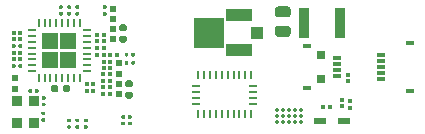
<source format=gbr>
G04 #@! TF.GenerationSoftware,KiCad,Pcbnew,(5.1.12)-1*
G04 #@! TF.CreationDate,2024-03-07T16:38:44+08:00*
G04 #@! TF.ProjectId,CM2_MesoScope,434d325f-4d65-4736-9f53-636f70652e6b,rev?*
G04 #@! TF.SameCoordinates,Original*
G04 #@! TF.FileFunction,Paste,Top*
G04 #@! TF.FilePolarity,Positive*
%FSLAX46Y46*%
G04 Gerber Fmt 4.6, Leading zero omitted, Abs format (unit mm)*
G04 Created by KiCad (PCBNEW (5.1.12)-1) date 2024-03-07 16:38:44*
%MOMM*%
%LPD*%
G01*
G04 APERTURE LIST*
%ADD10R,0.800000X0.400000*%
%ADD11R,0.800000X0.300000*%
%ADD12R,0.340000X0.310000*%
%ADD13R,0.310000X0.340000*%
%ADD14R,0.630000X0.580000*%
%ADD15R,0.750000X0.750000*%
%ADD16C,0.350000*%
%ADD17R,2.500000X2.500000*%
%ADD18R,0.260000X0.680000*%
%ADD19R,0.680000X0.260000*%
%ADD20R,1.350000X1.350000*%
%ADD21R,2.200000X1.050000*%
%ADD22R,1.050000X1.000000*%
%ADD23R,1.060000X0.540000*%
%ADD24R,0.830000X0.880000*%
%ADD25R,0.675000X0.254000*%
%ADD26R,0.254000X0.675000*%
%ADD27R,0.870000X2.620000*%
G04 APERTURE END LIST*
D10*
X131505500Y-111065080D03*
D11*
X129005500Y-114101080D03*
X129005500Y-112601080D03*
X129005500Y-113101080D03*
X129005500Y-113601080D03*
D10*
X131505500Y-115101080D03*
D11*
X129005500Y-112093080D03*
D10*
X122809800Y-111339460D03*
D11*
X125309800Y-112839460D03*
X125309800Y-113339460D03*
X125309800Y-113839460D03*
X125309800Y-112339460D03*
D10*
X122809800Y-114839460D03*
D12*
X126455340Y-116557240D03*
X126455340Y-116007240D03*
X126290240Y-114294100D03*
X126290240Y-113744100D03*
X125756840Y-115882780D03*
X125756840Y-116432780D03*
D13*
X124721880Y-116437180D03*
X124171880Y-116437180D03*
D14*
X106844040Y-115416620D03*
X106844040Y-114526620D03*
X106818640Y-113648020D03*
X106818640Y-112758020D03*
X106336040Y-110752420D03*
X106336040Y-109862420D03*
X106351240Y-109050620D03*
X106351240Y-108160620D03*
X98096240Y-114943420D03*
X98096240Y-114053420D03*
D15*
X123966140Y-112042980D03*
X123968680Y-114110540D03*
D16*
X120268660Y-116744900D03*
X120768660Y-116744900D03*
X121268660Y-116744900D03*
X121768660Y-116744900D03*
X122268660Y-116744900D03*
X120268660Y-117244900D03*
X120768660Y-117244900D03*
X121268660Y-117244900D03*
X121768660Y-117244900D03*
X122268660Y-117244900D03*
X120268660Y-117744900D03*
X120768660Y-117744900D03*
X121268660Y-117744900D03*
X121768660Y-117744900D03*
X122268660Y-117744900D03*
D17*
X114476860Y-110222640D03*
D18*
X100054640Y-114039420D03*
X100554640Y-114039420D03*
X101054640Y-114039420D03*
X101554640Y-114039420D03*
X102054640Y-114039420D03*
X102554640Y-114039420D03*
X103054640Y-114039420D03*
X103554640Y-114039420D03*
D19*
X104139640Y-113454420D03*
X104139640Y-112954420D03*
X104139640Y-112454420D03*
X104139640Y-111954420D03*
X104139640Y-111454420D03*
X104139640Y-110954420D03*
X104139640Y-110454420D03*
X104139640Y-109954420D03*
D18*
X103554640Y-109369420D03*
X103054640Y-109369420D03*
X102554640Y-109369420D03*
X102054640Y-109369420D03*
X101554640Y-109369420D03*
X101054640Y-109369420D03*
X100554640Y-109369420D03*
X100054640Y-109369420D03*
D19*
X99469640Y-109954420D03*
X99469640Y-110454420D03*
X99469640Y-110954420D03*
X99469640Y-111454420D03*
X99469640Y-111954420D03*
X99469640Y-112454420D03*
X99469640Y-112954420D03*
X99469640Y-113454420D03*
D20*
X102579640Y-112479420D03*
X102579640Y-110929420D03*
X101029640Y-112479420D03*
X101029640Y-110929420D03*
D21*
X117042900Y-108727680D03*
X117042900Y-111677680D03*
D22*
X118542900Y-110202680D03*
D23*
X123883560Y-117623360D03*
X125943560Y-117623360D03*
D24*
X98189040Y-115966420D03*
X98189040Y-117856420D03*
X99629040Y-117856420D03*
X99629040Y-115966420D03*
D25*
X118194360Y-116192640D03*
X118194360Y-115692640D03*
X118194360Y-115192640D03*
D26*
X118056860Y-117105140D03*
X117556860Y-117105140D03*
X117056860Y-117105140D03*
X116556860Y-117105140D03*
X116056860Y-117105140D03*
X115556860Y-117105140D03*
X115056860Y-117105140D03*
X114556860Y-117105140D03*
X114056860Y-117105140D03*
X118056860Y-113780140D03*
X117556860Y-113780140D03*
X117056860Y-113780140D03*
X116556860Y-113780140D03*
X116056860Y-113780140D03*
X115556860Y-113780140D03*
X115056860Y-113780140D03*
X114556860Y-113780140D03*
X114056860Y-113780140D03*
D25*
X113419360Y-116192640D03*
X113419360Y-115692640D03*
X113419360Y-115192640D03*
D26*
X113556860Y-113780140D03*
D25*
X113419360Y-114692640D03*
D26*
X113556860Y-117105140D03*
D25*
X118194360Y-114692640D03*
D12*
X105523240Y-115348220D03*
X105523240Y-114798220D03*
X104126240Y-114569620D03*
X104126240Y-115119620D03*
X104685040Y-115119620D03*
X104685040Y-114569620D03*
D13*
X106651640Y-112060020D03*
X106101640Y-112060020D03*
D12*
X106107440Y-114798220D03*
X106107440Y-115348220D03*
D13*
X105559440Y-112060020D03*
X105009440Y-112060020D03*
X105559440Y-111475820D03*
X105009440Y-111475820D03*
G36*
G01*
X121154360Y-108897640D02*
X120299360Y-108897640D01*
G75*
G02*
X120066860Y-108665140I0J232500D01*
G01*
X120066860Y-108200140D01*
G75*
G02*
X120299360Y-107967640I232500J0D01*
G01*
X121154360Y-107967640D01*
G75*
G02*
X121386860Y-108200140I0J-232500D01*
G01*
X121386860Y-108665140D01*
G75*
G02*
X121154360Y-108897640I-232500J0D01*
G01*
G37*
G36*
G01*
X121154360Y-110537640D02*
X120299360Y-110537640D01*
G75*
G02*
X120066860Y-110305140I0J232500D01*
G01*
X120066860Y-109840140D01*
G75*
G02*
X120299360Y-109607640I232500J0D01*
G01*
X121154360Y-109607640D01*
G75*
G02*
X121386860Y-109840140I0J-232500D01*
G01*
X121386860Y-110305140D01*
G75*
G02*
X121154360Y-110537640I-232500J0D01*
G01*
G37*
G36*
G01*
X100376140Y-115557620D02*
X100561140Y-115557620D01*
G75*
G02*
X100638640Y-115635120I0J-77500D01*
G01*
X100638640Y-115790120D01*
G75*
G02*
X100561140Y-115867620I-77500J0D01*
G01*
X100376140Y-115867620D01*
G75*
G02*
X100298640Y-115790120I0J77500D01*
G01*
X100298640Y-115635120D01*
G75*
G02*
X100376140Y-115557620I77500J0D01*
G01*
G37*
G36*
G01*
X100376140Y-116107620D02*
X100561140Y-116107620D01*
G75*
G02*
X100638640Y-116185120I0J-77500D01*
G01*
X100638640Y-116340120D01*
G75*
G02*
X100561140Y-116417620I-77500J0D01*
G01*
X100376140Y-116417620D01*
G75*
G02*
X100298640Y-116340120I0J77500D01*
G01*
X100298640Y-116185120D01*
G75*
G02*
X100376140Y-116107620I77500J0D01*
G01*
G37*
G36*
G01*
X102696440Y-114748320D02*
X102696440Y-115093320D01*
G75*
G02*
X102548940Y-115240820I-147500J0D01*
G01*
X102253940Y-115240820D01*
G75*
G02*
X102106440Y-115093320I0J147500D01*
G01*
X102106440Y-114748320D01*
G75*
G02*
X102253940Y-114600820I147500J0D01*
G01*
X102548940Y-114600820D01*
G75*
G02*
X102696440Y-114748320I0J-147500D01*
G01*
G37*
G36*
G01*
X101726440Y-114748320D02*
X101726440Y-115093320D01*
G75*
G02*
X101578940Y-115240820I-147500J0D01*
G01*
X101283940Y-115240820D01*
G75*
G02*
X101136440Y-115093320I0J147500D01*
G01*
X101136440Y-114748320D01*
G75*
G02*
X101283940Y-114600820I147500J0D01*
G01*
X101578940Y-114600820D01*
G75*
G02*
X101726440Y-114748320I0J-147500D01*
G01*
G37*
G36*
G01*
X107307340Y-118032620D02*
X107122340Y-118032620D01*
G75*
G02*
X107044840Y-117955120I0J77500D01*
G01*
X107044840Y-117800120D01*
G75*
G02*
X107122340Y-117722620I77500J0D01*
G01*
X107307340Y-117722620D01*
G75*
G02*
X107384840Y-117800120I0J-77500D01*
G01*
X107384840Y-117955120D01*
G75*
G02*
X107307340Y-118032620I-77500J0D01*
G01*
G37*
G36*
G01*
X107307340Y-117482620D02*
X107122340Y-117482620D01*
G75*
G02*
X107044840Y-117405120I0J77500D01*
G01*
X107044840Y-117250120D01*
G75*
G02*
X107122340Y-117172620I77500J0D01*
G01*
X107307340Y-117172620D01*
G75*
G02*
X107384840Y-117250120I0J-77500D01*
G01*
X107384840Y-117405120D01*
G75*
G02*
X107307340Y-117482620I-77500J0D01*
G01*
G37*
G36*
G01*
X107686320Y-117172620D02*
X107871320Y-117172620D01*
G75*
G02*
X107948820Y-117250120I0J-77500D01*
G01*
X107948820Y-117405120D01*
G75*
G02*
X107871320Y-117482620I-77500J0D01*
G01*
X107686320Y-117482620D01*
G75*
G02*
X107608820Y-117405120I0J77500D01*
G01*
X107608820Y-117250120D01*
G75*
G02*
X107686320Y-117172620I77500J0D01*
G01*
G37*
G36*
G01*
X107686320Y-117722620D02*
X107871320Y-117722620D01*
G75*
G02*
X107948820Y-117800120I0J-77500D01*
G01*
X107948820Y-117955120D01*
G75*
G02*
X107871320Y-118032620I-77500J0D01*
G01*
X107686320Y-118032620D01*
G75*
G02*
X107608820Y-117955120I0J77500D01*
G01*
X107608820Y-117800120D01*
G75*
G02*
X107686320Y-117722620I77500J0D01*
G01*
G37*
G36*
G01*
X98656640Y-112907320D02*
X98656640Y-113092320D01*
G75*
G02*
X98579140Y-113169820I-77500J0D01*
G01*
X98424140Y-113169820D01*
G75*
G02*
X98346640Y-113092320I0J77500D01*
G01*
X98346640Y-112907320D01*
G75*
G02*
X98424140Y-112829820I77500J0D01*
G01*
X98579140Y-112829820D01*
G75*
G02*
X98656640Y-112907320I0J-77500D01*
G01*
G37*
G36*
G01*
X98106640Y-112907320D02*
X98106640Y-113092320D01*
G75*
G02*
X98029140Y-113169820I-77500J0D01*
G01*
X97874140Y-113169820D01*
G75*
G02*
X97796640Y-113092320I0J77500D01*
G01*
X97796640Y-112907320D01*
G75*
G02*
X97874140Y-112829820I77500J0D01*
G01*
X98029140Y-112829820D01*
G75*
G02*
X98106640Y-112907320I0J-77500D01*
G01*
G37*
G36*
G01*
X100050240Y-115015520D02*
X100050240Y-115200520D01*
G75*
G02*
X99972740Y-115278020I-77500J0D01*
G01*
X99817740Y-115278020D01*
G75*
G02*
X99740240Y-115200520I0J77500D01*
G01*
X99740240Y-115015520D01*
G75*
G02*
X99817740Y-114938020I77500J0D01*
G01*
X99972740Y-114938020D01*
G75*
G02*
X100050240Y-115015520I0J-77500D01*
G01*
G37*
G36*
G01*
X99500240Y-115015520D02*
X99500240Y-115200520D01*
G75*
G02*
X99422740Y-115278020I-77500J0D01*
G01*
X99267740Y-115278020D01*
G75*
G02*
X99190240Y-115200520I0J77500D01*
G01*
X99190240Y-115015520D01*
G75*
G02*
X99267740Y-114938020I77500J0D01*
G01*
X99422740Y-114938020D01*
G75*
G02*
X99500240Y-115015520I0J-77500D01*
G01*
G37*
G36*
G01*
X100365940Y-116862420D02*
X100550940Y-116862420D01*
G75*
G02*
X100628440Y-116939920I0J-77500D01*
G01*
X100628440Y-117094920D01*
G75*
G02*
X100550940Y-117172420I-77500J0D01*
G01*
X100365940Y-117172420D01*
G75*
G02*
X100288440Y-117094920I0J77500D01*
G01*
X100288440Y-116939920D01*
G75*
G02*
X100365940Y-116862420I77500J0D01*
G01*
G37*
G36*
G01*
X100365940Y-117412420D02*
X100550940Y-117412420D01*
G75*
G02*
X100628440Y-117489920I0J-77500D01*
G01*
X100628440Y-117644920D01*
G75*
G02*
X100550940Y-117722420I-77500J0D01*
G01*
X100365940Y-117722420D01*
G75*
G02*
X100288440Y-117644920I0J77500D01*
G01*
X100288440Y-117489920D01*
G75*
G02*
X100365940Y-117412420I77500J0D01*
G01*
G37*
G36*
G01*
X103246340Y-117462620D02*
X103431340Y-117462620D01*
G75*
G02*
X103508840Y-117540120I0J-77500D01*
G01*
X103508840Y-117695120D01*
G75*
G02*
X103431340Y-117772620I-77500J0D01*
G01*
X103246340Y-117772620D01*
G75*
G02*
X103168840Y-117695120I0J77500D01*
G01*
X103168840Y-117540120D01*
G75*
G02*
X103246340Y-117462620I77500J0D01*
G01*
G37*
G36*
G01*
X103246340Y-118012620D02*
X103431340Y-118012620D01*
G75*
G02*
X103508840Y-118090120I0J-77500D01*
G01*
X103508840Y-118245120D01*
G75*
G02*
X103431340Y-118322620I-77500J0D01*
G01*
X103246340Y-118322620D01*
G75*
G02*
X103168840Y-118245120I0J77500D01*
G01*
X103168840Y-118090120D01*
G75*
G02*
X103246340Y-118012620I77500J0D01*
G01*
G37*
G36*
G01*
X103957540Y-117462620D02*
X104142540Y-117462620D01*
G75*
G02*
X104220040Y-117540120I0J-77500D01*
G01*
X104220040Y-117695120D01*
G75*
G02*
X104142540Y-117772620I-77500J0D01*
G01*
X103957540Y-117772620D01*
G75*
G02*
X103880040Y-117695120I0J77500D01*
G01*
X103880040Y-117540120D01*
G75*
G02*
X103957540Y-117462620I77500J0D01*
G01*
G37*
G36*
G01*
X103957540Y-118012620D02*
X104142540Y-118012620D01*
G75*
G02*
X104220040Y-118090120I0J-77500D01*
G01*
X104220040Y-118245120D01*
G75*
G02*
X104142540Y-118322620I-77500J0D01*
G01*
X103957540Y-118322620D01*
G75*
G02*
X103880040Y-118245120I0J77500D01*
G01*
X103880040Y-118090120D01*
G75*
G02*
X103957540Y-118012620I77500J0D01*
G01*
G37*
G36*
G01*
X103421140Y-108730820D02*
X103236140Y-108730820D01*
G75*
G02*
X103158640Y-108653320I0J77500D01*
G01*
X103158640Y-108498320D01*
G75*
G02*
X103236140Y-108420820I77500J0D01*
G01*
X103421140Y-108420820D01*
G75*
G02*
X103498640Y-108498320I0J-77500D01*
G01*
X103498640Y-108653320D01*
G75*
G02*
X103421140Y-108730820I-77500J0D01*
G01*
G37*
G36*
G01*
X103421140Y-108180820D02*
X103236140Y-108180820D01*
G75*
G02*
X103158640Y-108103320I0J77500D01*
G01*
X103158640Y-107948320D01*
G75*
G02*
X103236140Y-107870820I77500J0D01*
G01*
X103421140Y-107870820D01*
G75*
G02*
X103498640Y-107948320I0J-77500D01*
G01*
X103498640Y-108103320D01*
G75*
G02*
X103421140Y-108180820I-77500J0D01*
G01*
G37*
G36*
G01*
X105547540Y-107870820D02*
X105732540Y-107870820D01*
G75*
G02*
X105810040Y-107948320I0J-77500D01*
G01*
X105810040Y-108103320D01*
G75*
G02*
X105732540Y-108180820I-77500J0D01*
G01*
X105547540Y-108180820D01*
G75*
G02*
X105470040Y-108103320I0J77500D01*
G01*
X105470040Y-107948320D01*
G75*
G02*
X105547540Y-107870820I77500J0D01*
G01*
G37*
G36*
G01*
X105547540Y-108420820D02*
X105732540Y-108420820D01*
G75*
G02*
X105810040Y-108498320I0J-77500D01*
G01*
X105810040Y-108653320D01*
G75*
G02*
X105732540Y-108730820I-77500J0D01*
G01*
X105547540Y-108730820D01*
G75*
G02*
X105470040Y-108653320I0J77500D01*
G01*
X105470040Y-108498320D01*
G75*
G02*
X105547540Y-108420820I77500J0D01*
G01*
G37*
G36*
G01*
X98656640Y-111225320D02*
X98656640Y-111410320D01*
G75*
G02*
X98579140Y-111487820I-77500J0D01*
G01*
X98424140Y-111487820D01*
G75*
G02*
X98346640Y-111410320I0J77500D01*
G01*
X98346640Y-111225320D01*
G75*
G02*
X98424140Y-111147820I77500J0D01*
G01*
X98579140Y-111147820D01*
G75*
G02*
X98656640Y-111225320I0J-77500D01*
G01*
G37*
G36*
G01*
X98106640Y-111225320D02*
X98106640Y-111410320D01*
G75*
G02*
X98029140Y-111487820I-77500J0D01*
G01*
X97874140Y-111487820D01*
G75*
G02*
X97796640Y-111410320I0J77500D01*
G01*
X97796640Y-111225320D01*
G75*
G02*
X97874140Y-111147820I77500J0D01*
G01*
X98029140Y-111147820D01*
G75*
G02*
X98106640Y-111225320I0J-77500D01*
G01*
G37*
G36*
G01*
X102535140Y-117462620D02*
X102720140Y-117462620D01*
G75*
G02*
X102797640Y-117540120I0J-77500D01*
G01*
X102797640Y-117695120D01*
G75*
G02*
X102720140Y-117772620I-77500J0D01*
G01*
X102535140Y-117772620D01*
G75*
G02*
X102457640Y-117695120I0J77500D01*
G01*
X102457640Y-117540120D01*
G75*
G02*
X102535140Y-117462620I77500J0D01*
G01*
G37*
G36*
G01*
X102535140Y-118012620D02*
X102720140Y-118012620D01*
G75*
G02*
X102797640Y-118090120I0J-77500D01*
G01*
X102797640Y-118245120D01*
G75*
G02*
X102720140Y-118322620I-77500J0D01*
G01*
X102535140Y-118322620D01*
G75*
G02*
X102457640Y-118245120I0J77500D01*
G01*
X102457640Y-118090120D01*
G75*
G02*
X102535140Y-118012620I77500J0D01*
G01*
G37*
G36*
G01*
X102735340Y-108730820D02*
X102550340Y-108730820D01*
G75*
G02*
X102472840Y-108653320I0J77500D01*
G01*
X102472840Y-108498320D01*
G75*
G02*
X102550340Y-108420820I77500J0D01*
G01*
X102735340Y-108420820D01*
G75*
G02*
X102812840Y-108498320I0J-77500D01*
G01*
X102812840Y-108653320D01*
G75*
G02*
X102735340Y-108730820I-77500J0D01*
G01*
G37*
G36*
G01*
X102735340Y-108180820D02*
X102550340Y-108180820D01*
G75*
G02*
X102472840Y-108103320I0J77500D01*
G01*
X102472840Y-107948320D01*
G75*
G02*
X102550340Y-107870820I77500J0D01*
G01*
X102735340Y-107870820D01*
G75*
G02*
X102812840Y-107948320I0J-77500D01*
G01*
X102812840Y-108103320D01*
G75*
G02*
X102735340Y-108180820I-77500J0D01*
G01*
G37*
G36*
G01*
X107343640Y-112127120D02*
X107343640Y-111942120D01*
G75*
G02*
X107421140Y-111864620I77500J0D01*
G01*
X107576140Y-111864620D01*
G75*
G02*
X107653640Y-111942120I0J-77500D01*
G01*
X107653640Y-112127120D01*
G75*
G02*
X107576140Y-112204620I-77500J0D01*
G01*
X107421140Y-112204620D01*
G75*
G02*
X107343640Y-112127120I0J77500D01*
G01*
G37*
G36*
G01*
X107893640Y-112127120D02*
X107893640Y-111942120D01*
G75*
G02*
X107971140Y-111864620I77500J0D01*
G01*
X108126140Y-111864620D01*
G75*
G02*
X108203640Y-111942120I0J-77500D01*
G01*
X108203640Y-112127120D01*
G75*
G02*
X108126140Y-112204620I-77500J0D01*
G01*
X107971140Y-112204620D01*
G75*
G02*
X107893640Y-112127120I0J77500D01*
G01*
G37*
G36*
G01*
X107343640Y-112838320D02*
X107343640Y-112653320D01*
G75*
G02*
X107421140Y-112575820I77500J0D01*
G01*
X107576140Y-112575820D01*
G75*
G02*
X107653640Y-112653320I0J-77500D01*
G01*
X107653640Y-112838320D01*
G75*
G02*
X107576140Y-112915820I-77500J0D01*
G01*
X107421140Y-112915820D01*
G75*
G02*
X107343640Y-112838320I0J77500D01*
G01*
G37*
G36*
G01*
X107893640Y-112838320D02*
X107893640Y-112653320D01*
G75*
G02*
X107971140Y-112575820I77500J0D01*
G01*
X108126140Y-112575820D01*
G75*
G02*
X108203640Y-112653320I0J-77500D01*
G01*
X108203640Y-112838320D01*
G75*
G02*
X108126140Y-112915820I-77500J0D01*
G01*
X107971140Y-112915820D01*
G75*
G02*
X107893640Y-112838320I0J77500D01*
G01*
G37*
G36*
G01*
X102024140Y-108730820D02*
X101839140Y-108730820D01*
G75*
G02*
X101761640Y-108653320I0J77500D01*
G01*
X101761640Y-108498320D01*
G75*
G02*
X101839140Y-108420820I77500J0D01*
G01*
X102024140Y-108420820D01*
G75*
G02*
X102101640Y-108498320I0J-77500D01*
G01*
X102101640Y-108653320D01*
G75*
G02*
X102024140Y-108730820I-77500J0D01*
G01*
G37*
G36*
G01*
X102024140Y-108180820D02*
X101839140Y-108180820D01*
G75*
G02*
X101761640Y-108103320I0J77500D01*
G01*
X101761640Y-107948320D01*
G75*
G02*
X101839140Y-107870820I77500J0D01*
G01*
X102024140Y-107870820D01*
G75*
G02*
X102101640Y-107948320I0J-77500D01*
G01*
X102101640Y-108103320D01*
G75*
G02*
X102024140Y-108180820I-77500J0D01*
G01*
G37*
D27*
X125561260Y-109327720D03*
X122511260Y-109327720D03*
D12*
X106132840Y-112639220D03*
X106132840Y-113189220D03*
X105574040Y-113189220D03*
X105574040Y-112639220D03*
D13*
X98498240Y-110739220D03*
X97948240Y-110739220D03*
X97952640Y-110180420D03*
X98502640Y-110180420D03*
D12*
X106112440Y-113724820D03*
X106112440Y-114274820D03*
X105538440Y-114265420D03*
X105538440Y-113715420D03*
X105596640Y-110902820D03*
X105596640Y-110352820D03*
X105015240Y-110353220D03*
X105015240Y-110903220D03*
D13*
X98501640Y-112441020D03*
X97951640Y-112441020D03*
X97951640Y-111882220D03*
X98501640Y-111882220D03*
G36*
G01*
X107535140Y-114217020D02*
X107880140Y-114217020D01*
G75*
G02*
X108027640Y-114364520I0J-147500D01*
G01*
X108027640Y-114659520D01*
G75*
G02*
X107880140Y-114807020I-147500J0D01*
G01*
X107535140Y-114807020D01*
G75*
G02*
X107387640Y-114659520I0J147500D01*
G01*
X107387640Y-114364520D01*
G75*
G02*
X107535140Y-114217020I147500J0D01*
G01*
G37*
G36*
G01*
X107535140Y-115187020D02*
X107880140Y-115187020D01*
G75*
G02*
X108027640Y-115334520I0J-147500D01*
G01*
X108027640Y-115629520D01*
G75*
G02*
X107880140Y-115777020I-147500J0D01*
G01*
X107535140Y-115777020D01*
G75*
G02*
X107387640Y-115629520I0J147500D01*
G01*
X107387640Y-115334520D01*
G75*
G02*
X107535140Y-115187020I147500J0D01*
G01*
G37*
G36*
G01*
X107361940Y-110066620D02*
X107016940Y-110066620D01*
G75*
G02*
X106869440Y-109919120I0J147500D01*
G01*
X106869440Y-109624120D01*
G75*
G02*
X107016940Y-109476620I147500J0D01*
G01*
X107361940Y-109476620D01*
G75*
G02*
X107509440Y-109624120I0J-147500D01*
G01*
X107509440Y-109919120D01*
G75*
G02*
X107361940Y-110066620I-147500J0D01*
G01*
G37*
G36*
G01*
X107361940Y-111036620D02*
X107016940Y-111036620D01*
G75*
G02*
X106869440Y-110889120I0J147500D01*
G01*
X106869440Y-110594120D01*
G75*
G02*
X107016940Y-110446620I147500J0D01*
G01*
X107361940Y-110446620D01*
G75*
G02*
X107509440Y-110594120I0J-147500D01*
G01*
X107509440Y-110889120D01*
G75*
G02*
X107361940Y-111036620I-147500J0D01*
G01*
G37*
M02*

</source>
